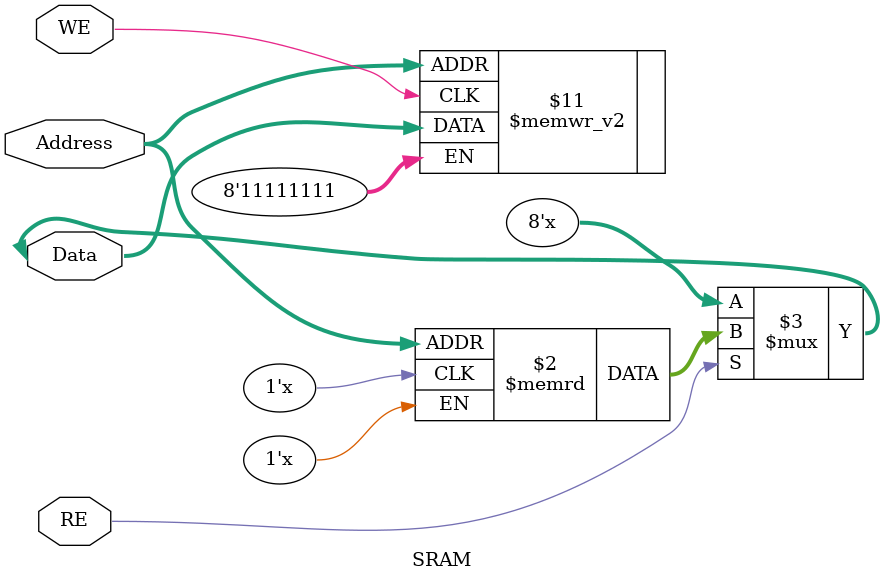
<source format=v>
module SRAM(
	input [12:0] Address,
	input RE,
	input WE,
	inout [7:0] Data
);

	reg[7:0] RAM [0:8191];
	
	
	
	assign Data = (RE) ? RAM[Address] : 8'bZZZZZZZZ;

	always @(posedge WE)
	begin 
		RAM[Address] <= Data; 
	end


endmodule

</source>
